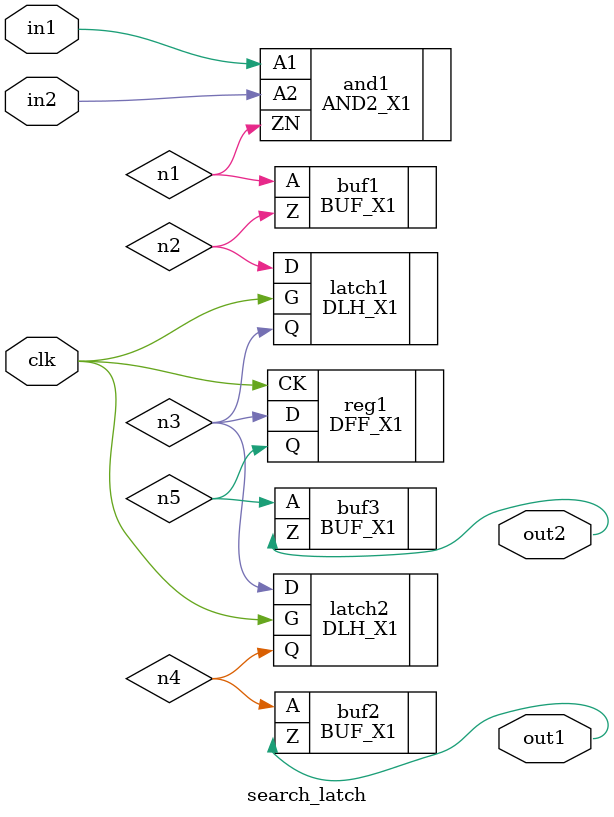
<source format=v>
module search_latch (clk, in1, in2, out1, out2);
  input clk, in1, in2;
  output out1, out2;
  wire n1, n2, n3, n4, n5;

  // Combinational logic
  AND2_X1 and1 (.A1(in1), .A2(in2), .ZN(n1));
  BUF_X1 buf1 (.A(n1), .Z(n2));

  // Latch: DLH_X1 has D (data) and G (gate/enable)
  DLH_X1 latch1 (.D(n2), .G(clk), .Q(n3));

  // Another latch
  DLH_X1 latch2 (.D(n3), .G(clk), .Q(n4));

  // Regular flip-flop for cross-domain
  DFF_X1 reg1 (.D(n3), .CK(clk), .Q(n5));

  BUF_X1 buf2 (.A(n4), .Z(out1));
  BUF_X1 buf3 (.A(n5), .Z(out2));
endmodule

</source>
